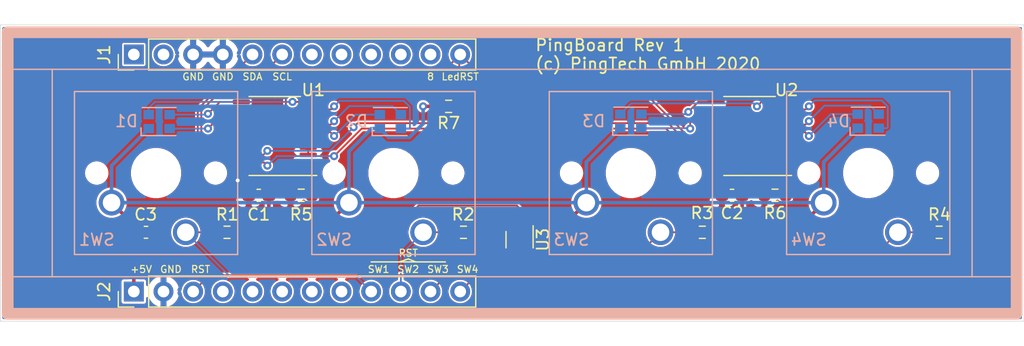
<source format=kicad_pcb>
(kicad_pcb (version 20171130) (host pcbnew 5.1.5+dfsg1-2build2)
  (layers (0 F.Cu signal) (31 B.Cu signal) (34 B.Paste user) (35 F.Paste user) (36 B.SilkS user) (37 F.SilkS user) (38 B.Mask user) (39 F.Mask user) (44 Edge.Cuts user))
  (net 0 "")
  (net 1 Switch1)
  (net 2 Switch2)
  (net 3 Switch3)
  (net 4 GND)
  (net 5 VCC)
  (net 6 "Net-(D1-Pad2)")
  (net 7 "Net-(D1-Pad3)")
  (net 8 "Net-(D1-Pad4)")
  (net 9 "Net-(D2-Pad4)")
  (net 10 "Net-(D2-Pad3)")
  (net 11 "Net-(D2-Pad2)")
  (net 12 "Net-(R5-Pad1)")
  (net 13 SCL)
  (net 14 SDA)
  (net 15 "Net-(D3-Pad2)")
  (net 16 "Net-(D3-Pad3)")
  (net 17 "Net-(D3-Pad4)")
  (net 18 "Net-(D4-Pad4)")
  (net 19 "Net-(D4-Pad3)")
  (net 20 "Net-(D4-Pad2)")
  (net 21 "Net-(R6-Pad1)")
  (net 22 Switch4)
  (net 23 RST)
  (net 24 LedRST)
  (net 25 "Net-(J1-Pad11)")
  (net 26 "Net-(J1-Pad10)")
  (net 27 "Net-(J1-Pad9)")
  (net 28 "Net-(J1-Pad8)")
  (net 29 "Net-(J1-Pad7)")
  (net 30 "Net-(J1-Pad2)")
  (net 31 "Net-(J1-Pad1)")
  (net 32 "Net-(J2-Pad4)")
  (net 33 "Net-(J2-Pad5)")
  (net 34 "Net-(J2-Pad6)")
  (net 35 "Net-(J2-Pad7)")
  (net 36 "Net-(J2-Pad8)")
  (net 37 "Net-(U1-Pad15)")
  (net 38 "Net-(U1-Pad14)")
  (net 39 "Net-(U2-Pad15)")
  (net 40 "Net-(U2-Pad14)")
  (module Button_Switch_Keyboard:SW_Cherry_MX_1.00u_PCB (layer B.Cu) (at 135.89 57.15)
    (fp_text reference SW2 (at -7.62 0.635) (layer B.SilkS) (effects (justify mirror)))
    (fp_text value SW_Push)
    (fp_line (start -9.525 1.905) (end 4.445 1.905) (layer B.SilkS) (width 0.12))
    (fp_line (start 4.445 1.905) (end 4.445 -12.065) (layer B.SilkS) (width 0.12))
    (fp_line (start 4.445 -12.065) (end -9.525 -12.065) (layer B.SilkS) (width 0.12))
    (fp_line (start -9.525 -12.065) (end -9.525 1.905) (layer B.SilkS) (width 0.12))
    (pad "" np_thru_hole circle (at 2.54 -5.08) (size 1.7 1.7) (drill 1.7) (layers *.Cu *.Mask))
    (pad "" np_thru_hole circle (at -7.62 -5.08) (size 1.7 1.7) (drill 1.7) (layers *.Cu *.Mask))
    (pad "" np_thru_hole circle (at -2.54 -5.08) (size 4 4) (drill 4) (layers *.Cu *.Mask))
    (pad 2 thru_hole circle (at -6.35 -2.54) (size 2.2 2.2) (drill 1.5) (layers *.Cu *.Mask) (net 5 VCC))
    (pad 1 thru_hole circle (at 0 0) (size 2.2 2.2) (drill 1.5) (layers *.Cu *.Mask) (net 2 Switch2))
  )
  (module Button_Switch_Keyboard:SW_Cherry_MX_1.00u_PCB (layer B.Cu) (at 115.57 57.15)
    (fp_text reference SW1 (at -7.62 0.635) (layer B.SilkS) (effects (justify mirror)))
    (fp_text value SW_Push)
    (fp_line (start -9.525 1.905) (end 4.445 1.905) (layer B.SilkS) (width 0.12))
    (fp_line (start 4.445 1.905) (end 4.445 -12.065) (layer B.SilkS) (width 0.12))
    (fp_line (start 4.445 -12.065) (end -9.525 -12.065) (layer B.SilkS) (width 0.12))
    (fp_line (start -9.525 -12.065) (end -9.525 1.905) (layer B.SilkS) (width 0.12))
    (pad "" np_thru_hole circle (at 2.54 -5.08) (size 1.7 1.7) (drill 1.7) (layers *.Cu *.Mask))
    (pad "" np_thru_hole circle (at -7.62 -5.08) (size 1.7 1.7) (drill 1.7) (layers *.Cu *.Mask))
    (pad "" np_thru_hole circle (at -2.54 -5.08) (size 4 4) (drill 4) (layers *.Cu *.Mask))
    (pad 2 thru_hole circle (at -6.35 -2.54) (size 2.2 2.2) (drill 1.5) (layers *.Cu *.Mask) (net 5 VCC))
    (pad 1 thru_hole circle (at 0 0) (size 2.2 2.2) (drill 1.5) (layers *.Cu *.Mask) (net 1 Switch1))
  )
  (module Button_Switch_Keyboard:SW_Cherry_MX_1.00u_PCB (layer B.Cu) (at 156.21 57.15)
    (fp_text reference SW3 (at -7.62 0.635) (layer B.SilkS) (effects (justify mirror)))
    (fp_text value SW_Push)
    (fp_line (start -9.525 1.905) (end 4.445 1.905) (layer B.SilkS) (width 0.12))
    (fp_line (start 4.445 1.905) (end 4.445 -12.065) (layer B.SilkS) (width 0.12))
    (fp_line (start 4.445 -12.065) (end -9.525 -12.065) (layer B.SilkS) (width 0.12))
    (fp_line (start -9.525 -12.065) (end -9.525 1.905) (layer B.SilkS) (width 0.12))
    (pad "" np_thru_hole circle (at 2.54 -5.08) (size 1.7 1.7) (drill 1.7) (layers *.Cu *.Mask))
    (pad "" np_thru_hole circle (at -7.62 -5.08) (size 1.7 1.7) (drill 1.7) (layers *.Cu *.Mask))
    (pad "" np_thru_hole circle (at -2.54 -5.08) (size 4 4) (drill 4) (layers *.Cu *.Mask))
    (pad 2 thru_hole circle (at -6.35 -2.54) (size 2.2 2.2) (drill 1.5) (layers *.Cu *.Mask) (net 5 VCC))
    (pad 1 thru_hole circle (at 0 0) (size 2.2 2.2) (drill 1.5) (layers *.Cu *.Mask) (net 3 Switch3))
  )
  (module Button_Switch_Keyboard:SW_Cherry_MX_1.00u_PCB (layer B.Cu) (at 176.53 57.15)
    (fp_text reference SW4 (at -7.62 0.635) (layer B.SilkS) (effects (justify mirror)))
    (fp_text value SW_Push)
    (fp_line (start -9.525 1.905) (end 4.445 1.905) (layer B.SilkS) (width 0.12))
    (fp_line (start 4.445 1.905) (end 4.445 -12.065) (layer B.SilkS) (width 0.12))
    (fp_line (start 4.445 -12.065) (end -9.525 -12.065) (layer B.SilkS) (width 0.12))
    (fp_line (start -9.525 -12.065) (end -9.525 1.905) (layer B.SilkS) (width 0.12))
    (pad "" np_thru_hole circle (at 2.54 -5.08) (size 1.7 1.7) (drill 1.7) (layers *.Cu *.Mask))
    (pad "" np_thru_hole circle (at -7.62 -5.08) (size 1.7 1.7) (drill 1.7) (layers *.Cu *.Mask))
    (pad "" np_thru_hole circle (at -2.54 -5.08) (size 4 4) (drill 4) (layers *.Cu *.Mask))
    (pad 2 thru_hole circle (at -6.35 -2.54) (size 2.2 2.2) (drill 1.5) (layers *.Cu *.Mask) (net 5 VCC))
    (pad 1 thru_hole circle (at 0 0) (size 2.2 2.2) (drill 1.5) (layers *.Cu *.Mask) (net 22 Switch4))
  )
  (module Capacitor_SMD:C_0603_1608Metric_Pad1.08x0.95mm_HandSolder (layer F.Cu) (at 121.8195 53.975 180)
    (fp_text reference C1 (at 0 -1.651) (layer F.SilkS))
    (fp_text value 100n)
    (fp_line (start -0.146267 -0.51) (end 0.146267 -0.51) (layer F.SilkS) (width 0.12))
    (fp_line (start -0.146267 0.51) (end 0.146267 0.51) (layer F.SilkS) (width 0.12))
    (pad 2 smd roundrect (at 0.8625 0 180) (size 1.075 0.95) (layers F.Cu F.Paste F.Mask) (net 4 GND))
    (pad 1 smd roundrect (at -0.8625 0 180) (size 1.075 0.95) (layers F.Cu F.Paste F.Mask) (net 5 VCC))
  )
  (module LED_SMD:LED_ASMB-KTF0-0A306 (layer B.Cu) (at 113.295 47.66)
    (fp_text reference D1 (at -2.805 -0.035) (layer B.SilkS) (effects (justify mirror)))
    (fp_text value LED_ARGB)
    (fp_line (start -1.55 1.2) (end -1.55 0.54) (layer B.SilkS) (width 0.12))
    (fp_line (start -1.55 1.2) (end 1.43 1.2) (layer B.SilkS) (width 0.12))
    (fp_line (start -1.45 -1.2) (end 1.45 -1.2) (layer B.SilkS) (width 0.12))
    (pad 4 smd rect (at 0.9 0.6) (size 0.9 0.8) (layers B.Cu B.Paste B.Mask) (net 8 "Net-(D1-Pad4)"))
    (pad 3 smd rect (at 0.9 -0.6) (size 0.9 0.8) (layers B.Cu B.Paste B.Mask) (net 7 "Net-(D1-Pad3)"))
    (pad 2 smd rect (at -0.9 -0.6) (size 0.9 0.8) (layers B.Cu B.Paste B.Mask) (net 6 "Net-(D1-Pad2)"))
    (pad 1 smd rect (at -0.9 0.6) (size 0.9 0.8) (layers B.Cu B.Paste B.Mask) (net 5 VCC))
  )
  (module LED_SMD:LED_ASMB-KTF0-0A306 (layer B.Cu) (at 133.085 47.66)
    (fp_text reference D2 (at -2.91 -0.035) (layer B.SilkS) (effects (justify mirror)))
    (fp_text value LED_ARGB)
    (fp_line (start -1.55 1.2) (end -1.55 0.54) (layer B.SilkS) (width 0.12))
    (fp_line (start -1.55 1.2) (end 1.43 1.2) (layer B.SilkS) (width 0.12))
    (fp_line (start -1.45 -1.2) (end 1.45 -1.2) (layer B.SilkS) (width 0.12))
    (pad 4 smd rect (at 0.9 0.6) (size 0.9 0.8) (layers B.Cu B.Paste B.Mask) (net 9 "Net-(D2-Pad4)"))
    (pad 3 smd rect (at 0.9 -0.6) (size 0.9 0.8) (layers B.Cu B.Paste B.Mask) (net 10 "Net-(D2-Pad3)"))
    (pad 2 smd rect (at -0.9 -0.6) (size 0.9 0.8) (layers B.Cu B.Paste B.Mask) (net 11 "Net-(D2-Pad2)"))
    (pad 1 smd rect (at -0.9 0.6) (size 0.9 0.8) (layers B.Cu B.Paste B.Mask) (net 5 VCC))
  )
  (module Resistor_SMD:R_0603_1608Metric_Pad0.98x0.95mm_HandSolder (layer F.Cu) (at 119.1025 57.15 180)
    (fp_text reference R1 (at -0.0235 1.524) (layer F.SilkS))
    (fp_text value 4k7)
    (fp_line (start -0.254724 -0.5225) (end 0.254724 -0.5225) (layer F.SilkS) (width 0.12))
    (fp_line (start -0.254724 0.5225) (end 0.254724 0.5225) (layer F.SilkS) (width 0.12))
    (pad 2 smd roundrect (at 0.9125 0 180) (size 0.975 0.95) (layers F.Cu F.Paste F.Mask) (net 1 Switch1))
    (pad 1 smd roundrect (at -0.9125 0 180) (size 0.975 0.95) (layers F.Cu F.Paste F.Mask) (net 4 GND))
  )
  (module Resistor_SMD:R_0603_1608Metric_Pad0.98x0.95mm_HandSolder (layer F.Cu) (at 139.3425 57.15 180)
    (fp_text reference R2 (at 0.0235 1.524) (layer F.SilkS))
    (fp_text value 4k7)
    (fp_line (start -0.254724 -0.5225) (end 0.254724 -0.5225) (layer F.SilkS) (width 0.12))
    (fp_line (start -0.254724 0.5225) (end 0.254724 0.5225) (layer F.SilkS) (width 0.12))
    (pad 2 smd roundrect (at 0.9125 0 180) (size 0.975 0.95) (layers F.Cu F.Paste F.Mask) (net 2 Switch2))
    (pad 1 smd roundrect (at -0.9125 0 180) (size 0.975 0.95) (layers F.Cu F.Paste F.Mask) (net 4 GND))
  )
  (module Resistor_SMD:R_0603_1608Metric_Pad0.98x0.95mm_HandSolder (layer F.Cu) (at 159.7895 57.15 180)
    (fp_text reference R3 (at 0.0235 1.651 180) (layer F.SilkS))
    (fp_text value 4k7)
    (fp_line (start -0.254724 -0.5225) (end 0.254724 -0.5225) (layer F.SilkS) (width 0.12))
    (fp_line (start -0.254724 0.5225) (end 0.254724 0.5225) (layer F.SilkS) (width 0.12))
    (pad 2 smd roundrect (at 0.9125 0 180) (size 0.975 0.95) (layers F.Cu F.Paste F.Mask) (net 3 Switch3))
    (pad 1 smd roundrect (at -0.9125 0 180) (size 0.975 0.95) (layers F.Cu F.Paste F.Mask) (net 4 GND))
  )
  (module Resistor_SMD:R_0603_1608Metric_Pad0.98x0.95mm_HandSolder (layer F.Cu) (at 180.0625 57.15 180)
    (fp_text reference R4 (at -0.0235 1.524) (layer F.SilkS))
    (fp_text value 4k7)
    (fp_line (start -0.254724 -0.5225) (end 0.254724 -0.5225) (layer F.SilkS) (width 0.12))
    (fp_line (start -0.254724 0.5225) (end 0.254724 0.5225) (layer F.SilkS) (width 0.12))
    (pad 2 smd roundrect (at 0.9125 0 180) (size 0.975 0.95) (layers F.Cu F.Paste F.Mask) (net 22 Switch4))
    (pad 1 smd roundrect (at -0.9125 0 180) (size 0.975 0.95) (layers F.Cu F.Paste F.Mask) (net 4 GND))
  )
  (module Resistor_SMD:R_0603_1608Metric_Pad0.98x0.95mm_HandSolder (layer F.Cu) (at 125.4525 53.975 180)
    (fp_text reference R5 (at 0 -1.651) (layer F.SilkS))
    (fp_text value 520)
    (fp_line (start -0.254724 -0.5225) (end 0.254724 -0.5225) (layer F.SilkS) (width 0.12))
    (fp_line (start -0.254724 0.5225) (end 0.254724 0.5225) (layer F.SilkS) (width 0.12))
    (pad 2 smd roundrect (at 0.9125 0 180) (size 0.975 0.95) (layers F.Cu F.Paste F.Mask) (net 4 GND))
    (pad 1 smd roundrect (at -0.9125 0 180) (size 0.975 0.95) (layers F.Cu F.Paste F.Mask) (net 12 "Net-(R5-Pad1)"))
  )
  (module Package_SO:TSSOP-20_4.4x6.5mm_P0.65mm (layer F.Cu) (at 123.19 48.895 180)
    (fp_text reference U1 (at -3.302 3.937) (layer F.SilkS))
    (fp_text value TLC59108xPW)
    (fp_line (start 0 3.385) (end 2.2 3.385) (layer F.SilkS) (width 0.12))
    (fp_line (start 0 3.385) (end -2.2 3.385) (layer F.SilkS) (width 0.12))
    (fp_line (start 0 -3.385) (end 2.2 -3.385) (layer F.SilkS) (width 0.12))
    (fp_line (start 0 -3.385) (end -3.6 -3.385) (layer F.SilkS) (width 0.12))
    (pad 20 smd roundrect (at 2.8625 -2.925 180) (size 1.475 0.4) (layers F.Cu F.Paste F.Mask) (net 5 VCC))
    (pad 19 smd roundrect (at 2.8625 -2.275 180) (size 1.475 0.4) (layers F.Cu F.Paste F.Mask) (net 14 SDA))
    (pad 18 smd roundrect (at 2.8625 -1.625 180) (size 1.475 0.4) (layers F.Cu F.Paste F.Mask) (net 13 SCL))
    (pad 17 smd roundrect (at 2.8625 -0.975 180) (size 1.475 0.4) (layers F.Cu F.Paste F.Mask) (net 24 LedRST))
    (pad 16 smd roundrect (at 2.8625 -0.325 180) (size 1.475 0.4) (layers F.Cu F.Paste F.Mask) (net 4 GND))
    (pad 15 smd roundrect (at 2.8625 0.325 180) (size 1.475 0.4) (layers F.Cu F.Paste F.Mask) (net 37 "Net-(U1-Pad15)"))
    (pad 14 smd roundrect (at 2.8625 0.975 180) (size 1.475 0.4) (layers F.Cu F.Paste F.Mask) (net 38 "Net-(U1-Pad14)"))
    (pad 13 smd roundrect (at 2.8625 1.625 180) (size 1.475 0.4) (layers F.Cu F.Paste F.Mask) (net 4 GND))
    (pad 12 smd roundrect (at 2.8625 2.275 180) (size 1.475 0.4) (layers F.Cu F.Paste F.Mask) (net 8 "Net-(D1-Pad4)"))
    (pad 11 smd roundrect (at 2.8625 2.925 180) (size 1.475 0.4) (layers F.Cu F.Paste F.Mask) (net 7 "Net-(D1-Pad3)"))
    (pad 10 smd roundrect (at -2.8625 2.925 180) (size 1.475 0.4) (layers F.Cu F.Paste F.Mask) (net 6 "Net-(D1-Pad2)"))
    (pad 9 smd roundrect (at -2.8625 2.275 180) (size 1.475 0.4) (layers F.Cu F.Paste F.Mask) (net 9 "Net-(D2-Pad4)"))
    (pad 8 smd roundrect (at -2.8625 1.625 180) (size 1.475 0.4) (layers F.Cu F.Paste F.Mask) (net 4 GND))
    (pad 7 smd roundrect (at -2.8625 0.975 180) (size 1.475 0.4) (layers F.Cu F.Paste F.Mask) (net 10 "Net-(D2-Pad3)"))
    (pad 6 smd roundrect (at -2.8625 0.325 180) (size 1.475 0.4) (layers F.Cu F.Paste F.Mask) (net 11 "Net-(D2-Pad2)"))
    (pad 5 smd roundrect (at -2.8625 -0.325 180) (size 1.475 0.4) (layers F.Cu F.Paste F.Mask) (net 4 GND))
    (pad 4 smd roundrect (at -2.8625 -0.975 180) (size 1.475 0.4) (layers F.Cu F.Paste F.Mask) (net 4 GND))
    (pad 3 smd roundrect (at -2.8625 -1.625 180) (size 1.475 0.4) (layers F.Cu F.Paste F.Mask) (net 4 GND))
    (pad 2 smd roundrect (at -2.8625 -2.275 180) (size 1.475 0.4) (layers F.Cu F.Paste F.Mask) (net 5 VCC))
    (pad 1 smd roundrect (at -2.8625 -2.925 180) (size 1.475 0.4) (layers F.Cu F.Paste F.Mask) (net 12 "Net-(R5-Pad1)"))
  )
  (module Capacitor_SMD:C_0603_1608Metric_Pad1.08x0.95mm_HandSolder (layer F.Cu) (at 162.3325 53.975 180)
    (fp_text reference C2 (at 0 -1.524) (layer F.SilkS))
    (fp_text value 100n)
    (fp_line (start -0.146267 -0.51) (end 0.146267 -0.51) (layer F.SilkS) (width 0.12))
    (fp_line (start -0.146267 0.51) (end 0.146267 0.51) (layer F.SilkS) (width 0.12))
    (pad 2 smd roundrect (at 0.8625 0 180) (size 1.075 0.95) (layers F.Cu F.Paste F.Mask) (net 4 GND))
    (pad 1 smd roundrect (at -0.8625 0 180) (size 1.075 0.95) (layers F.Cu F.Paste F.Mask) (net 5 VCC))
  )
  (module LED_SMD:LED_ASMB-KTF0-0A306 (layer B.Cu) (at 153.67 47.625)
    (fp_text reference D3 (at -3.175 0) (layer B.SilkS) (effects (justify mirror)))
    (fp_text value LED_ARGB)
    (fp_line (start -1.55 1.2) (end -1.55 0.54) (layer B.SilkS) (width 0.12))
    (fp_line (start -1.55 1.2) (end 1.43 1.2) (layer B.SilkS) (width 0.12))
    (fp_line (start -1.45 -1.2) (end 1.45 -1.2) (layer B.SilkS) (width 0.12))
    (pad 4 smd rect (at 0.9 0.6) (size 0.9 0.8) (layers B.Cu B.Paste B.Mask) (net 17 "Net-(D3-Pad4)"))
    (pad 3 smd rect (at 0.9 -0.6) (size 0.9 0.8) (layers B.Cu B.Paste B.Mask) (net 16 "Net-(D3-Pad3)"))
    (pad 2 smd rect (at -0.9 -0.6) (size 0.9 0.8) (layers B.Cu B.Paste B.Mask) (net 15 "Net-(D3-Pad2)"))
    (pad 1 smd rect (at -0.9 0.6) (size 0.9 0.8) (layers B.Cu B.Paste B.Mask) (net 5 VCC))
  )
  (module LED_SMD:LED_ASMB-KTF0-0A306 (layer B.Cu) (at 173.99 47.625)
    (fp_text reference D4 (at -2.54 0) (layer B.SilkS) (effects (justify mirror)))
    (fp_text value LED_ARGB)
    (fp_line (start -1.55 1.2) (end -1.55 0.54) (layer B.SilkS) (width 0.12))
    (fp_line (start -1.55 1.2) (end 1.43 1.2) (layer B.SilkS) (width 0.12))
    (fp_line (start -1.45 -1.2) (end 1.45 -1.2) (layer B.SilkS) (width 0.12))
    (pad 4 smd rect (at 0.9 0.6) (size 0.9 0.8) (layers B.Cu B.Paste B.Mask) (net 18 "Net-(D4-Pad4)"))
    (pad 3 smd rect (at 0.9 -0.6) (size 0.9 0.8) (layers B.Cu B.Paste B.Mask) (net 19 "Net-(D4-Pad3)"))
    (pad 2 smd rect (at -0.9 -0.6) (size 0.9 0.8) (layers B.Cu B.Paste B.Mask) (net 20 "Net-(D4-Pad2)"))
    (pad 1 smd rect (at -0.9 0.6) (size 0.9 0.8) (layers B.Cu B.Paste B.Mask) (net 5 VCC))
  )
  (module Resistor_SMD:R_0603_1608Metric_Pad0.98x0.95mm_HandSolder (layer F.Cu) (at 166.0125 53.975 180)
    (fp_text reference R6 (at 0 -1.524) (layer F.SilkS))
    (fp_text value 520)
    (fp_line (start -0.254724 -0.5225) (end 0.254724 -0.5225) (layer F.SilkS) (width 0.12))
    (fp_line (start -0.254724 0.5225) (end 0.254724 0.5225) (layer F.SilkS) (width 0.12))
    (pad 2 smd roundrect (at 0.9125 0 180) (size 0.975 0.95) (layers F.Cu F.Paste F.Mask) (net 4 GND))
    (pad 1 smd roundrect (at -0.9125 0 180) (size 0.975 0.95) (layers F.Cu F.Paste F.Mask) (net 21 "Net-(R6-Pad1)"))
  )
  (module Package_SO:TSSOP-20_4.4x6.5mm_P0.65mm (layer F.Cu) (at 163.83 48.895 180)
    (fp_text reference U2 (at -3.175 3.937) (layer F.SilkS))
    (fp_text value TLC59108xPW)
    (fp_line (start 0 3.385) (end 2.2 3.385) (layer F.SilkS) (width 0.12))
    (fp_line (start 0 3.385) (end -2.2 3.385) (layer F.SilkS) (width 0.12))
    (fp_line (start 0 -3.385) (end 2.2 -3.385) (layer F.SilkS) (width 0.12))
    (fp_line (start 0 -3.385) (end -3.6 -3.385) (layer F.SilkS) (width 0.12))
    (pad 20 smd roundrect (at 2.8625 -2.925 180) (size 1.475 0.4) (layers F.Cu F.Paste F.Mask) (net 5 VCC))
    (pad 19 smd roundrect (at 2.8625 -2.275 180) (size 1.475 0.4) (layers F.Cu F.Paste F.Mask) (net 14 SDA))
    (pad 18 smd roundrect (at 2.8625 -1.625 180) (size 1.475 0.4) (layers F.Cu F.Paste F.Mask) (net 13 SCL))
    (pad 17 smd roundrect (at 2.8625 -0.975 180) (size 1.475 0.4) (layers F.Cu F.Paste F.Mask) (net 24 LedRST))
    (pad 16 smd roundrect (at 2.8625 -0.325 180) (size 1.475 0.4) (layers F.Cu F.Paste F.Mask) (net 4 GND))
    (pad 15 smd roundrect (at 2.8625 0.325 180) (size 1.475 0.4) (layers F.Cu F.Paste F.Mask) (net 39 "Net-(U2-Pad15)"))
    (pad 14 smd roundrect (at 2.8625 0.975 180) (size 1.475 0.4) (layers F.Cu F.Paste F.Mask) (net 40 "Net-(U2-Pad14)"))
    (pad 13 smd roundrect (at 2.8625 1.625 180) (size 1.475 0.4) (layers F.Cu F.Paste F.Mask) (net 4 GND))
    (pad 12 smd roundrect (at 2.8625 2.275 180) (size 1.475 0.4) (layers F.Cu F.Paste F.Mask) (net 17 "Net-(D3-Pad4)"))
    (pad 11 smd roundrect (at 2.8625 2.925 180) (size 1.475 0.4) (layers F.Cu F.Paste F.Mask) (net 16 "Net-(D3-Pad3)"))
    (pad 10 smd roundrect (at -2.8625 2.925 180) (size 1.475 0.4) (layers F.Cu F.Paste F.Mask) (net 15 "Net-(D3-Pad2)"))
    (pad 9 smd roundrect (at -2.8625 2.275 180) (size 1.475 0.4) (layers F.Cu F.Paste F.Mask) (net 18 "Net-(D4-Pad4)"))
    (pad 8 smd roundrect (at -2.8625 1.625 180) (size 1.475 0.4) (layers F.Cu F.Paste F.Mask) (net 4 GND))
    (pad 7 smd roundrect (at -2.8625 0.975 180) (size 1.475 0.4) (layers F.Cu F.Paste F.Mask) (net 19 "Net-(D4-Pad3)"))
    (pad 6 smd roundrect (at -2.8625 0.325 180) (size 1.475 0.4) (layers F.Cu F.Paste F.Mask) (net 20 "Net-(D4-Pad2)"))
    (pad 5 smd roundrect (at -2.8625 -0.325 180) (size 1.475 0.4) (layers F.Cu F.Paste F.Mask) (net 4 GND))
    (pad 4 smd roundrect (at -2.8625 -0.975 180) (size 1.475 0.4) (layers F.Cu F.Paste F.Mask) (net 4 GND))
    (pad 3 smd roundrect (at -2.8625 -1.625 180) (size 1.475 0.4) (layers F.Cu F.Paste F.Mask) (net 5 VCC))
    (pad 2 smd roundrect (at -2.8625 -2.275 180) (size 1.475 0.4) (layers F.Cu F.Paste F.Mask) (net 5 VCC))
    (pad 1 smd roundrect (at -2.8625 -2.925 180) (size 1.475 0.4) (layers F.Cu F.Paste F.Mask) (net 21 "Net-(R6-Pad1)"))
  )
  (module Capacitor_SMD:C_0603_1608Metric_Pad1.08x0.95mm_HandSolder (layer F.Cu) (at 112.1675 57.15)
    (fp_text reference C3 (at -0.0265 -1.524) (layer F.SilkS))
    (fp_text value 1u)
    (fp_line (start -0.146267 -0.51) (end 0.146267 -0.51) (layer F.SilkS) (width 0.12))
    (fp_line (start -0.146267 0.51) (end 0.146267 0.51) (layer F.SilkS) (width 0.12))
    (pad 2 smd roundrect (at 0.8625 0) (size 1.075 0.95) (layers F.Cu F.Paste F.Mask) (net 4 GND))
    (pad 1 smd roundrect (at -0.8625 0) (size 1.075 0.95) (layers F.Cu F.Paste F.Mask) (net 5 VCC))
  )
  (module Connector_PinHeader_2.54mm:PinHeader_1x12_P2.54mm_Vertical (layer F.Cu) (at 111.125 41.91 90)
    (fp_text reference J1 (at 0 -2.54 90) (layer F.SilkS))
    (fp_text value Conn_01x12)
    (fp_line (start -1.33 -1.33) (end 0 -1.33) (layer F.SilkS) (width 0.12))
    (fp_line (start -1.33 0) (end -1.33 -1.33) (layer F.SilkS) (width 0.12))
    (fp_line (start -1.33 1.27) (end 1.33 1.27) (layer F.SilkS) (width 0.12))
    (fp_line (start 1.33 1.27) (end 1.33 29.27) (layer F.SilkS) (width 0.12))
    (fp_line (start -1.33 1.27) (end -1.33 29.27) (layer F.SilkS) (width 0.12))
    (fp_line (start -1.33 29.27) (end 1.33 29.27) (layer F.SilkS) (width 0.12))
    (pad 12 thru_hole oval (at 0 27.94 90) (size 1.7 1.7) (drill 1) (layers *.Cu *.Mask) (net 24 LedRST))
    (pad 11 thru_hole oval (at 0 25.4 90) (size 1.7 1.7) (drill 1) (layers *.Cu *.Mask) (net 25 "Net-(J1-Pad11)"))
    (pad 10 thru_hole oval (at 0 22.86 90) (size 1.7 1.7) (drill 1) (layers *.Cu *.Mask) (net 26 "Net-(J1-Pad10)"))
    (pad 9 thru_hole oval (at 0 20.32 90) (size 1.7 1.7) (drill 1) (layers *.Cu *.Mask) (net 27 "Net-(J1-Pad9)"))
    (pad 8 thru_hole oval (at 0 17.78 90) (size 1.7 1.7) (drill 1) (layers *.Cu *.Mask) (net 28 "Net-(J1-Pad8)"))
    (pad 7 thru_hole oval (at 0 15.24 90) (size 1.7 1.7) (drill 1) (layers *.Cu *.Mask) (net 29 "Net-(J1-Pad7)"))
    (pad 6 thru_hole oval (at 0 12.7 90) (size 1.7 1.7) (drill 1) (layers *.Cu *.Mask) (net 13 SCL))
    (pad 5 thru_hole oval (at 0 10.16 90) (size 1.7 1.7) (drill 1) (layers *.Cu *.Mask) (net 14 SDA))
    (pad 4 thru_hole oval (at 0 7.62 90) (size 1.7 1.7) (drill 1) (layers *.Cu *.Mask) (net 4 GND))
    (pad 3 thru_hole oval (at 0 5.08 90) (size 1.7 1.7) (drill 1) (layers *.Cu *.Mask) (net 4 GND))
    (pad 2 thru_hole oval (at 0 2.54 90) (size 1.7 1.7) (drill 1) (layers *.Cu *.Mask) (net 30 "Net-(J1-Pad2)"))
    (pad 1 thru_hole rect (at 0 0 90) (size 1.7 1.7) (drill 1) (layers *.Cu *.Mask) (net 31 "Net-(J1-Pad1)"))
  )
  (module Connector_PinHeader_2.54mm:PinHeader_1x12_P2.54mm_Vertical (layer F.Cu) (at 111.125 62.23 90)
    (fp_text reference J2 (at 0 -2.54 90) (layer F.SilkS))
    (fp_text value Conn_01x12)
    (fp_line (start -1.33 29.27) (end 1.33 29.27) (layer F.SilkS) (width 0.12))
    (fp_line (start -1.33 1.27) (end -1.33 29.27) (layer F.SilkS) (width 0.12))
    (fp_line (start 1.33 1.27) (end 1.33 29.27) (layer F.SilkS) (width 0.12))
    (fp_line (start -1.33 1.27) (end 1.33 1.27) (layer F.SilkS) (width 0.12))
    (fp_line (start -1.33 0) (end -1.33 -1.33) (layer F.SilkS) (width 0.12))
    (fp_line (start -1.33 -1.33) (end 0 -1.33) (layer F.SilkS) (width 0.12))
    (pad 1 thru_hole rect (at 0 0 90) (size 1.7 1.7) (drill 1) (layers *.Cu *.Mask) (net 5 VCC))
    (pad 2 thru_hole oval (at 0 2.54 90) (size 1.7 1.7) (drill 1) (layers *.Cu *.Mask) (net 4 GND))
    (pad 3 thru_hole oval (at 0 5.08 90) (size 1.7 1.7) (drill 1) (layers *.Cu *.Mask) (net 23 RST))
    (pad 4 thru_hole oval (at 0 7.62 90) (size 1.7 1.7) (drill 1) (layers *.Cu *.Mask) (net 32 "Net-(J2-Pad4)"))
    (pad 5 thru_hole oval (at 0 10.16 90) (size 1.7 1.7) (drill 1) (layers *.Cu *.Mask) (net 33 "Net-(J2-Pad5)"))
    (pad 6 thru_hole oval (at 0 12.7 90) (size 1.7 1.7) (drill 1) (layers *.Cu *.Mask) (net 34 "Net-(J2-Pad6)"))
    (pad 7 thru_hole oval (at 0 15.24 90) (size 1.7 1.7) (drill 1) (layers *.Cu *.Mask) (net 35 "Net-(J2-Pad7)"))
    (pad 8 thru_hole oval (at 0 17.78 90) (size 1.7 1.7) (drill 1) (layers *.Cu *.Mask) (net 36 "Net-(J2-Pad8)"))
    (pad 9 thru_hole oval (at 0 20.32 90) (size 1.7 1.7) (drill 1) (layers *.Cu *.Mask) (net 1 Switch1))
    (pad 10 thru_hole oval (at 0 22.86 90) (size 1.7 1.7) (drill 1) (layers *.Cu *.Mask) (net 2 Switch2))
    (pad 11 thru_hole oval (at 0 25.4 90) (size 1.7 1.7) (drill 1) (layers *.Cu *.Mask) (net 3 Switch3))
    (pad 12 thru_hole oval (at 0 27.94 90) (size 1.7 1.7) (drill 1) (layers *.Cu *.Mask) (net 22 Switch4))
  )
  (module Package_TO_SOT_SMD:SOT-363_SC-70-6_Handsoldering (layer F.Cu) (at 144.145 57.785 270)
    (fp_text reference U3 (at 0 -2 90) (layer F.SilkS))
    (fp_text value 74LVC1G10)
    (fp_line (start -0.7 1.16) (end 0.7 1.16) (layer F.SilkS) (width 0.12))
    (fp_line (start 0.7 -1.16) (end -1.2 -1.16) (layer F.SilkS) (width 0.12))
    (pad 1 smd rect (at -1.33 -0.65 270) (size 1.5 0.4) (layers F.Cu F.Paste F.Mask) (net 1 Switch1))
    (pad 2 smd rect (at -1.33 0 270) (size 1.5 0.4) (layers F.Cu F.Paste F.Mask) (net 4 GND))
    (pad 3 smd rect (at -1.33 0.65 270) (size 1.5 0.4) (layers F.Cu F.Paste F.Mask) (net 2 Switch2))
    (pad 4 smd rect (at 1.33 0.65 270) (size 1.5 0.4) (layers F.Cu F.Paste F.Mask) (net 23 RST))
    (pad 5 smd rect (at 1.33 0 270) (size 1.5 0.4) (layers F.Cu F.Paste F.Mask) (net 5 VCC))
    (pad 6 smd rect (at 1.33 -0.65 270) (size 1.5 0.4) (layers F.Cu F.Paste F.Mask) (net 3 Switch3))
  )
  (module Resistor_SMD:R_0603_1608Metric_Pad0.98x0.95mm_HandSolder (layer F.Cu) (at 138.0725 46.355 180)
    (fp_text reference R7 (at 0 -1.43) (layer F.SilkS))
    (fp_text value 4k7)
    (fp_line (start -0.254724 0.5225) (end 0.254724 0.5225) (layer F.SilkS) (width 0.12))
    (fp_line (start -0.254724 -0.5225) (end 0.254724 -0.5225) (layer F.SilkS) (width 0.12))
    (pad 1 smd roundrect (at -0.9125 0 180) (size 0.975 0.95) (layers F.Cu F.Paste F.Mask) (net 24 LedRST))
    (pad 2 smd roundrect (at 0.9125 0 180) (size 0.975 0.95) (layers F.Cu F.Paste F.Mask) (net 5 VCC))
  )
  (gr_line (start 134.62 59.436) (end 135.255 59.69) (layer F.SilkS) (width 0.12))
  (gr_line (start 133.858 59.69) (end 134.62 59.436) (layer F.SilkS) (width 0.12))
  (gr_text RST (at 134.62 58.928) (layer F.SilkS) (effects (font (size 0.6 0.6) (thickness 0.1))))
  (gr_line (start 131.445 59.69) (end 137.795 59.69) (layer F.SilkS) (width 0.12))
  (gr_line (start 104.14 43.18) (end 104.14 60.96) (layer B.SilkS) (width 0.12))
  (gr_line (start 182.88 43.18) (end 182.88 60.96) (layer B.SilkS) (width 0.12))
  (gr_line (start 100.33 43.18) (end 186.69 43.18) (layer B.SilkS) (width 0.12))
  (gr_line (start 100.33 60.96) (end 186.69 60.96) (layer B.SilkS) (width 0.12))
  (gr_line (start 100.33 64.135) (end 100.33 40.005) (layer B.SilkS) (width 1))
  (gr_line (start 186.69 64.135) (end 100.33 64.135) (layer B.SilkS) (width 1))
  (gr_line (start 186.69 40.005) (end 186.69 64.135) (layer B.SilkS) (width 1))
  (gr_line (start 100.33 40.005) (end 186.69 40.005) (layer B.SilkS) (width 1))
  (gr_text GND (at 118.745 43.815) (layer F.SilkS) (effects (font (size 0.6 0.6) (thickness 0.1))))
  (gr_text GND (at 116.205 43.815) (layer F.SilkS) (effects (font (size 0.6 0.6) (thickness 0.1))))
  (gr_text RST (at 116.84 60.325) (layer F.SilkS) (effects (font (size 0.6 0.6) (thickness 0.1))))
  (gr_text SW4 (at 139.7 60.325) (layer F.SilkS) (effects (font (size 0.6 0.6) (thickness 0.1))))
  (gr_text SW3 (at 137.16 60.325) (layer F.SilkS) (effects (font (size 0.6 0.6) (thickness 0.1))))
  (gr_text SW2 (at 134.62 60.325) (layer F.SilkS) (effects (font (size 0.6 0.6) (thickness 0.1))))
  (gr_text SW1 (at 132.08 60.325) (layer F.SilkS) (effects (font (size 0.6 0.6) (thickness 0.1))))
  (gr_text GND (at 114.3 60.325) (layer F.SilkS) (effects (font (size 0.6 0.6) (thickness 0.1))))
  (gr_text +5V (at 111.76 60.325) (layer F.SilkS) (effects (font (size 0.6 0.6) (thickness 0.1))))
  (gr_text SCL (at 123.825 43.815) (layer F.SilkS) (effects (font (size 0.6 0.6) (thickness 0.1))))
  (gr_text SDA (at 121.285 43.815) (layer F.SilkS) (effects (font (size 0.6 0.6) (thickness 0.1))))
  (gr_text 8 (at 136.525 43.815) (layer F.SilkS) (effects (font (size 0.6 0.6) (thickness 0.1))))
  (gr_text LedRST (at 139.065 43.815) (layer F.SilkS) (effects (font (size 0.6 0.6) (thickness 0.1))))
  (gr_text "PingBoard Rev 1\n(c) PingTech GmbH 2020" (at 145.415 41.91) (layer F.SilkS) (effects (font (size 1 1)) (justify left)))
  (gr_line (start 187.325 64.77) (end 99.695 64.77) (layer Edge.Cuts) (width 0.05))
  (gr_line (start 99.695 39.37) (end 187.325 39.37) (layer Edge.Cuts) (width 0.05))
  (gr_line (start 99.695 39.37) (end 99.695 64.77) (layer Edge.Cuts) (width 0.05))
  (gr_line (start 187.325 39.37) (end 187.325 64.77) (layer Edge.Cuts) (width 0.05))
  (segment (start 115.57 57.15) (end 118.19 57.15) (width 0.1524) (layer F.Cu) (net 1))
  (segment (start 119.38 60.96) (end 115.57 57.15) (width 0.1524) (layer B.Cu) (net 1))
  (segment (start 131.445 62.23) (end 130.175 60.96) (width 0.1524) (layer B.Cu) (net 1))
  (segment (start 130.175 60.96) (end 119.38 60.96) (width 0.1524) (layer B.Cu) (net 1))
  (segment (start 135.49878 54.864) (end 143.915482 54.864) (width 0.1524) (layer F.Cu) (net 1))
  (segment (start 118.19 57.15) (end 119.079 56.261) (width 0.1524) (layer F.Cu) (net 1))
  (segment (start 144.795 55.743518) (end 144.795 56.455) (width 0.1524) (layer F.Cu) (net 1))
  (segment (start 143.915482 54.864) (end 144.795 55.743518) (width 0.1524) (layer F.Cu) (net 1))
  (segment (start 134.10178 56.261) (end 135.49878 54.864) (width 0.1524) (layer F.Cu) (net 1))
  (segment (start 119.079 56.261) (end 134.10178 56.261) (width 0.1524) (layer F.Cu) (net 1))
  (segment (start 138.43 57.15) (end 135.89 57.15) (width 0.1524) (layer F.Cu) (net 2))
  (segment (start 133.985 59.055) (end 135.89 57.15) (width 0.1524) (layer B.Cu) (net 2))
  (segment (start 133.985 62.23) (end 133.985 59.055) (width 0.1524) (layer B.Cu) (net 2))
  (segment (start 143.495 55.611) (end 143.495 56.455) (width 0.1524) (layer F.Cu) (net 2))
  (segment (start 143.129 55.245) (end 143.495 55.611) (width 0.1524) (layer F.Cu) (net 2))
  (segment (start 138.43 57.15) (end 138.43 55.753) (width 0.1524) (layer F.Cu) (net 2))
  (segment (start 138.938 55.245) (end 143.129 55.245) (width 0.1524) (layer F.Cu) (net 2))
  (segment (start 138.43 55.753) (end 138.938 55.245) (width 0.1524) (layer F.Cu) (net 2))
  (segment (start 152.208601 61.151399) (end 156.21 57.15) (width 0.1524) (layer F.Cu) (net 3))
  (segment (start 144.795 59.115) (end 144.795 59.07) (width 0.1524) (layer F.Cu) (net 3))
  (segment (start 144.971399 61.151399) (end 152.208601 61.151399) (width 0.1524) (layer F.Cu) (net 3))
  (segment (start 144.795 60.0174) (end 143.661001 61.151399) (width 0.1524) (layer F.Cu) (net 3))
  (segment (start 143.661001 61.151399) (end 143.066399 61.151399) (width 0.1524) (layer F.Cu) (net 3))
  (segment (start 144.795 59.115) (end 144.795 60.0174) (width 0.1524) (layer F.Cu) (net 3))
  (segment (start 143.066399 61.151399) (end 144.971399 61.151399) (width 0.1524) (layer F.Cu) (net 3))
  (segment (start 137.603601 61.151399) (end 143.066399 61.151399) (width 0.1524) (layer F.Cu) (net 3))
  (segment (start 136.525 62.23) (end 137.603601 61.151399) (width 0.1524) (layer F.Cu) (net 3))
  (segment (start 158.877 57.15) (end 156.21 57.15) (width 0.1524) (layer F.Cu) (net 3))
  (via (at 120.015 52.705) (size 0.6858) (drill 0.3302) (layers F.Cu B.Cu) (net 4))
  (segment (start 126.0525 49.22) (end 126.0525 49.87) (width 0.1524) (layer F.Cu) (net 4))
  (segment (start 126.0525 49.87) (end 126.0525 50.52) (width 0.1524) (layer F.Cu) (net 4))
  (segment (start 166.6925 49.87) (end 166.6925 49.22) (width 0.1524) (layer F.Cu) (net 4))
  (segment (start 126.0525 49.22) (end 124.785 49.22) (width 0.1524) (layer F.Cu) (net 4))
  (segment (start 124.785 49.22) (end 124.46 48.895) (width 0.1524) (layer F.Cu) (net 4))
  (segment (start 166.6925 49.22) (end 165.41 49.22) (width 0.1524) (layer F.Cu) (net 4))
  (segment (start 165.41 49.22) (end 165.1 49.53) (width 0.1524) (layer F.Cu) (net 4))
  (segment (start 144.145 57.3574) (end 143.7174 57.785) (width 0.1524) (layer F.Cu) (net 4))
  (segment (start 144.145 56.455) (end 144.145 57.3574) (width 0.1524) (layer F.Cu) (net 4))
  (segment (start 143.7174 57.785) (end 143.51 57.785) (width 0.1524) (layer F.Cu) (net 4))
  (segment (start 170.18 51.135) (end 170.18 54.61) (width 0.3048) (layer B.Cu) (net 5))
  (segment (start 173.09 48.225) (end 170.18 51.135) (width 0.3048) (layer B.Cu) (net 5))
  (segment (start 149.86 51.135) (end 149.86 54.61) (width 0.3048) (layer B.Cu) (net 5))
  (segment (start 152.77 48.225) (end 149.86 51.135) (width 0.3048) (layer B.Cu) (net 5))
  (segment (start 109.125001 54.704999) (end 109.22 54.61) (width 0.3048) (layer B.Cu) (net 5))
  (segment (start 149.86 54.61) (end 170.18 54.61) (width 0.3048) (layer B.Cu) (net 5))
  (segment (start 129.54 54.61) (end 109.22 54.61) (width 0.3048) (layer B.Cu) (net 5))
  (segment (start 162.31 51.82) (end 162.38 51.89) (width 0.3048) (layer F.Cu) (net 5))
  (segment (start 160.9675 51.82) (end 162.31 51.82) (width 0.3048) (layer F.Cu) (net 5))
  (segment (start 109.22 51.435) (end 109.22 54.61) (width 0.3048) (layer B.Cu) (net 5))
  (segment (start 112.395 48.26) (end 109.22 51.435) (width 0.3048) (layer B.Cu) (net 5))
  (segment (start 129.54 50.205) (end 129.54 54.61) (width 0.3048) (layer B.Cu) (net 5))
  (segment (start 132.185 48.26) (end 131.485 48.26) (width 0.3048) (layer B.Cu) (net 5))
  (segment (start 131.485 48.26) (end 129.54 50.205) (width 0.3048) (layer B.Cu) (net 5))
  (segment (start 129.54 54.61) (end 149.86 54.61) (width 0.3048) (layer B.Cu) (net 5))
  (segment (start 144.4202 57.785) (end 146.685 57.785) (width 0.3048) (layer F.Cu) (net 5))
  (segment (start 144.145 59.115) (end 144.145 58.0602) (width 0.3048) (layer F.Cu) (net 5))
  (segment (start 146.685 57.785) (end 149.86 54.61) (width 0.3048) (layer F.Cu) (net 5))
  (segment (start 144.145 58.0602) (end 144.4202 57.785) (width 0.3048) (layer F.Cu) (net 5))
  (segment (start 111.125 57.33) (end 111.305 57.15) (width 0.3048) (layer F.Cu) (net 5))
  (segment (start 111.125 62.23) (end 111.125 57.33) (width 0.3048) (layer F.Cu) (net 5))
  (segment (start 111.305 56.695) (end 109.22 54.61) (width 0.3048) (layer F.Cu) (net 5))
  (segment (start 111.305 57.15) (end 111.305 56.695) (width 0.3048) (layer F.Cu) (net 5))
  (segment (start 120.3275 51.82) (end 121.67 51.82) (width 0.3048) (layer F.Cu) (net 5))
  (segment (start 122.682 52.832) (end 122.682 53.975) (width 0.3048) (layer F.Cu) (net 5))
  (segment (start 121.67 51.82) (end 122.682 52.832) (width 0.3048) (layer F.Cu) (net 5))
  (segment (start 162.38 53.16) (end 163.195 53.975) (width 0.3048) (layer F.Cu) (net 5))
  (segment (start 162.38 51.89) (end 162.38 53.16) (width 0.3048) (layer F.Cu) (net 5))
  (via (at 135.89 46.355) (size 0.6858) (drill 0.3302) (layers F.Cu B.Cu) (net 5))
  (segment (start 137.16 46.355) (end 135.89 46.355) (width 0.3048) (layer F.Cu) (net 5))
  (segment (start 132.940601 49.015601) (end 132.185 48.26) (width 0.3048) (layer B.Cu) (net 5))
  (segment (start 135.89 47.845082) (end 134.719481 49.015601) (width 0.3048) (layer B.Cu) (net 5))
  (segment (start 134.719481 49.015601) (end 132.940601 49.015601) (width 0.3048) (layer B.Cu) (net 5))
  (segment (start 135.89 46.355) (end 135.89 47.845082) (width 0.3048) (layer B.Cu) (net 5))
  (segment (start 163.659999 55.709999) (end 169.080001 55.709999) (width 0.3048) (layer F.Cu) (net 5))
  (segment (start 163.195 55.245) (end 163.659999 55.709999) (width 0.3048) (layer F.Cu) (net 5))
  (segment (start 169.080001 55.709999) (end 170.18 54.61) (width 0.3048) (layer F.Cu) (net 5))
  (segment (start 163.195 53.975) (end 163.195 55.245) (width 0.3048) (layer F.Cu) (net 5))
  (segment (start 128.440001 55.709999) (end 129.54 54.61) (width 0.3048) (layer F.Cu) (net 5))
  (segment (start 122.845999 55.709999) (end 128.440001 55.709999) (width 0.3048) (layer F.Cu) (net 5))
  (segment (start 122.682 55.546) (end 122.845999 55.709999) (width 0.3048) (layer F.Cu) (net 5))
  (segment (start 122.682 53.975) (end 122.682 55.546) (width 0.3048) (layer F.Cu) (net 5))
  (segment (start 122.682 53.5) (end 122.682 53.975) (width 0.3048) (layer F.Cu) (net 5))
  (segment (start 125.012 51.17) (end 122.682 53.5) (width 0.3048) (layer F.Cu) (net 5))
  (segment (start 126.0525 51.17) (end 125.012 51.17) (width 0.3048) (layer F.Cu) (net 5))
  (segment (start 163.195 53.5) (end 163.195 53.975) (width 0.3048) (layer F.Cu) (net 5))
  (segment (start 164.73 51.17) (end 166.6925 51.17) (width 0.3048) (layer F.Cu) (net 5))
  (segment (start 163.195 52.705) (end 164.73 51.17) (width 0.3048) (layer F.Cu) (net 5))
  (segment (start 163.195 52.705) (end 163.195 53.5) (width 0.3048) (layer F.Cu) (net 5))
  (segment (start 164.11 50.52) (end 163.195 51.435) (width 0.3048) (layer F.Cu) (net 5))
  (segment (start 163.195 51.435) (end 163.195 52.705) (width 0.3048) (layer F.Cu) (net 5))
  (segment (start 166.6925 50.52) (end 164.11 50.52) (width 0.3048) (layer F.Cu) (net 5))
  (segment (start 126.0525 45.97) (end 124.71 45.97) (width 0.1524) (layer F.Cu) (net 6))
  (via (at 124.71 45.97) (size 0.6858) (drill 0.3302) (layers F.Cu B.Cu) (net 6))
  (segment (start 112.395 47.06) (end 112.395 46.5076) (width 0.1524) (layer B.Cu) (net 6))
  (segment (start 112.395 46.5076) (end 112.9326 45.97) (width 0.1524) (layer B.Cu) (net 6))
  (segment (start 112.9326 45.97) (end 124.71 45.97) (width 0.1524) (layer B.Cu) (net 6))
  (segment (start 114.195 47.06) (end 117.405 47.06) (width 0.1524) (layer B.Cu) (net 7))
  (via (at 117.475 46.99) (size 0.6858) (drill 0.3302) (layers F.Cu B.Cu) (net 7))
  (segment (start 117.405 47.06) (end 117.475 46.99) (width 0.1524) (layer B.Cu) (net 7))
  (segment (start 118.495 45.97) (end 120.3275 45.97) (width 0.1524) (layer F.Cu) (net 7))
  (segment (start 117.475 46.99) (end 118.495 45.97) (width 0.1524) (layer F.Cu) (net 7))
  (via (at 117.475 48.26) (size 0.6858) (drill 0.3302) (layers F.Cu B.Cu) (net 8))
  (segment (start 114.195 48.26) (end 117.475 48.26) (width 0.1524) (layer B.Cu) (net 8))
  (segment (start 119.115 46.62) (end 120.3275 46.62) (width 0.1524) (layer F.Cu) (net 8))
  (segment (start 117.475 48.26) (end 119.115 46.62) (width 0.1524) (layer F.Cu) (net 8))
  (segment (start 134.244992 45.88499) (end 128.74001 45.88499) (width 0.1524) (layer B.Cu) (net 9))
  (segment (start 133.985 48.26) (end 134.685 48.26) (width 0.1524) (layer B.Cu) (net 9))
  (segment (start 128.74001 45.88499) (end 128.27 46.355) (width 0.1524) (layer B.Cu) (net 9))
  (via (at 128.27 46.355) (size 0.6858) (drill 0.3302) (layers F.Cu B.Cu) (net 9))
  (segment (start 134.685 48.26) (end 134.760001 48.184999) (width 0.1524) (layer B.Cu) (net 9))
  (segment (start 134.760001 46.399999) (end 134.244992 45.88499) (width 0.1524) (layer B.Cu) (net 9))
  (segment (start 128.005 46.62) (end 126.0525 46.62) (width 0.1524) (layer F.Cu) (net 9))
  (segment (start 134.760001 48.184999) (end 134.760001 46.399999) (width 0.1524) (layer B.Cu) (net 9))
  (segment (start 128.27 46.355) (end 128.005 46.62) (width 0.1524) (layer F.Cu) (net 9))
  (segment (start 129.560001 46.334999) (end 128.27 47.625) (width 0.1524) (layer B.Cu) (net 10))
  (segment (start 129.560001 46.334999) (end 133.259999 46.334999) (width 0.1524) (layer B.Cu) (net 10))
  (segment (start 133.259999 46.334999) (end 133.985 47.06) (width 0.1524) (layer B.Cu) (net 10))
  (segment (start 128.27 47.625) (end 127.975 47.92) (width 0.1524) (layer F.Cu) (net 10))
  (via (at 128.27 47.625) (size 0.6858) (drill 0.3302) (layers F.Cu B.Cu) (net 10))
  (segment (start 127.975 47.92) (end 126.0525 47.92) (width 0.1524) (layer F.Cu) (net 10))
  (segment (start 128.27 48.895) (end 127.945 48.57) (width 0.1524) (layer F.Cu) (net 11))
  (via (at 128.27 48.895) (size 0.6858) (drill 0.3302) (layers F.Cu B.Cu) (net 11))
  (segment (start 132.185 47.06) (end 130.105 47.06) (width 0.1524) (layer B.Cu) (net 11))
  (segment (start 130.105 47.06) (end 128.27 48.895) (width 0.1524) (layer B.Cu) (net 11))
  (segment (start 127.945 48.57) (end 126.0525 48.57) (width 0.1524) (layer F.Cu) (net 11))
  (segment (start 126.365 52.1325) (end 126.0525 51.82) (width 0.1524) (layer F.Cu) (net 12))
  (segment (start 126.365 53.975) (end 126.365 52.1325) (width 0.1524) (layer F.Cu) (net 12))
  (via (at 122.555 50.165) (size 0.6858) (drill 0.3302) (layers F.Cu B.Cu) (net 13))
  (segment (start 122.2 50.52) (end 120.3275 50.52) (width 0.1524) (layer F.Cu) (net 13))
  (segment (start 122.555 50.165) (end 122.2 50.52) (width 0.1524) (layer F.Cu) (net 13))
  (segment (start 122.555 50.165) (end 127.916759 50.165) (width 0.1524) (layer B.Cu) (net 13))
  (via (at 129.940123 48.141636) (size 0.6858) (drill 0.3302) (layers F.Cu B.Cu) (net 13))
  (segment (start 127.916759 50.165) (end 129.940123 48.141636) (width 0.1524) (layer B.Cu) (net 13))
  (segment (start 159.575412 50.52) (end 156.854149 47.798737) (width 0.1524) (layer F.Cu) (net 13))
  (segment (start 160.9675 50.52) (end 159.575412 50.52) (width 0.1524) (layer F.Cu) (net 13))
  (segment (start 156.854149 47.798737) (end 130.283022 47.798737) (width 0.1524) (layer F.Cu) (net 13))
  (segment (start 130.283022 47.798737) (end 129.940123 48.141636) (width 0.1524) (layer F.Cu) (net 13))
  (segment (start 122.746399 42.988601) (end 123.825 41.91) (width 0.1524) (layer F.Cu) (net 13))
  (segment (start 120.630577 42.988601) (end 122.746399 42.988601) (width 0.1524) (layer F.Cu) (net 13))
  (segment (start 116.903499 46.715679) (end 120.630577 42.988601) (width 0.1524) (layer F.Cu) (net 13))
  (segment (start 116.903499 48.534321) (end 116.903499 46.715679) (width 0.1524) (layer F.Cu) (net 13))
  (segment (start 118.889178 50.52) (end 116.903499 48.534321) (width 0.1524) (layer F.Cu) (net 13))
  (segment (start 120.3275 50.52) (end 118.889178 50.52) (width 0.1524) (layer F.Cu) (net 13))
  (via (at 122.555 51.435) (size 0.6858) (drill 0.3302) (layers F.Cu B.Cu) (net 14))
  (segment (start 122.29 51.17) (end 120.3275 51.17) (width 0.1524) (layer F.Cu) (net 14))
  (segment (start 122.555 51.435) (end 122.29 51.17) (width 0.1524) (layer F.Cu) (net 14))
  (segment (start 116.59869 46.589422) (end 121.278112 41.91) (width 0.1524) (layer F.Cu) (net 14))
  (segment (start 121.278112 41.91) (end 121.285 41.91) (width 0.1524) (layer F.Cu) (net 14))
  (segment (start 116.598689 48.660577) (end 116.59869 46.589422) (width 0.1524) (layer F.Cu) (net 14))
  (segment (start 119.108112 51.17) (end 116.598689 48.660577) (width 0.1524) (layer F.Cu) (net 14))
  (segment (start 120.3275 51.17) (end 119.108112 51.17) (width 0.1524) (layer F.Cu) (net 14))
  (segment (start 123.370003 50.619997) (end 122.555 51.435) (width 0.1524) (layer B.Cu) (net 14))
  (segment (start 156.679002 48.26) (end 130.629997 48.26) (width 0.1524) (layer F.Cu) (net 14))
  (segment (start 130.629997 48.26) (end 128.27 50.619997) (width 0.1524) (layer F.Cu) (net 14))
  (segment (start 159.589002 51.17) (end 156.679002 48.26) (width 0.1524) (layer F.Cu) (net 14))
  (via (at 128.27 50.619997) (size 0.6858) (drill 0.3302) (layers F.Cu B.Cu) (net 14))
  (segment (start 160.9675 51.17) (end 159.589002 51.17) (width 0.1524) (layer F.Cu) (net 14))
  (segment (start 128.27 50.619997) (end 123.370003 50.619997) (width 0.1524) (layer B.Cu) (net 14))
  (via (at 164.465 46.355) (size 0.6858) (drill 0.3302) (layers F.Cu B.Cu) (net 15))
  (segment (start 164.214504 46.104504) (end 164.465 46.355) (width 0.1524) (layer B.Cu) (net 15))
  (segment (start 152.77 47.025) (end 153.690496 46.104504) (width 0.1524) (layer B.Cu) (net 15))
  (segment (start 153.690496 46.104504) (end 164.214504 46.104504) (width 0.1524) (layer B.Cu) (net 15))
  (segment (start 164.85 45.97) (end 166.6925 45.97) (width 0.1524) (layer F.Cu) (net 15))
  (segment (start 164.465 46.355) (end 164.85 45.97) (width 0.1524) (layer F.Cu) (net 15))
  (via (at 158.589505 46.829505) (size 0.6858) (drill 0.3302) (layers F.Cu B.Cu) (net 16))
  (segment (start 154.57 47.025) (end 158.39401 47.025) (width 0.1524) (layer B.Cu) (net 16))
  (segment (start 158.39401 47.025) (end 158.589505 46.829505) (width 0.1524) (layer B.Cu) (net 16))
  (segment (start 159.44901 45.97) (end 160.9675 45.97) (width 0.1524) (layer F.Cu) (net 16))
  (segment (start 158.589505 46.829505) (end 159.44901 45.97) (width 0.1524) (layer F.Cu) (net 16))
  (via (at 158.75 48.26) (size 0.6858) (drill 0.3302) (layers F.Cu B.Cu) (net 17))
  (segment (start 154.57 48.225) (end 158.715 48.225) (width 0.1524) (layer B.Cu) (net 17))
  (segment (start 158.715 48.225) (end 158.75 48.26) (width 0.1524) (layer B.Cu) (net 17))
  (segment (start 159.824315 46.62) (end 160.9675 46.62) (width 0.1524) (layer F.Cu) (net 17))
  (segment (start 158.75 47.694315) (end 159.824315 46.62) (width 0.1524) (layer F.Cu) (net 17))
  (segment (start 158.75 48.26) (end 158.75 47.694315) (width 0.1524) (layer F.Cu) (net 17))
  (via (at 168.91 46.355) (size 0.6858) (drill 0.3302) (layers F.Cu B.Cu) (net 18))
  (segment (start 174.89 48.225) (end 175.59 48.225) (width 0.1524) (layer B.Cu) (net 18))
  (segment (start 175.59 48.225) (end 175.665001 48.149999) (width 0.1524) (layer B.Cu) (net 18))
  (segment (start 175.665001 48.149999) (end 175.665001 46.364999) (width 0.1524) (layer B.Cu) (net 18))
  (segment (start 175.665001 46.364999) (end 175.149991 45.849989) (width 0.1524) (layer B.Cu) (net 18))
  (segment (start 175.149991 45.849989) (end 169.415011 45.849989) (width 0.1524) (layer B.Cu) (net 18))
  (segment (start 169.415011 45.849989) (end 168.91 46.355) (width 0.1524) (layer B.Cu) (net 18))
  (segment (start 168.645 46.62) (end 166.6925 46.62) (width 0.1524) (layer F.Cu) (net 18))
  (segment (start 168.91 46.355) (end 168.645 46.62) (width 0.1524) (layer F.Cu) (net 18))
  (via (at 168.91 47.625) (size 0.6858) (drill 0.3302) (layers F.Cu B.Cu) (net 19))
  (segment (start 170.235001 46.299999) (end 168.91 47.625) (width 0.1524) (layer B.Cu) (net 19))
  (segment (start 174.89 47.025) (end 174.164999 46.299999) (width 0.1524) (layer B.Cu) (net 19))
  (segment (start 174.164999 46.299999) (end 170.235001 46.299999) (width 0.1524) (layer B.Cu) (net 19))
  (segment (start 168.615 47.92) (end 166.6925 47.92) (width 0.1524) (layer F.Cu) (net 19))
  (segment (start 168.91 47.625) (end 168.615 47.92) (width 0.1524) (layer F.Cu) (net 19))
  (via (at 168.91 48.895) (size 0.6858) (drill 0.3302) (layers F.Cu B.Cu) (net 20))
  (segment (start 173.09 47.025) (end 170.78 47.025) (width 0.1524) (layer B.Cu) (net 20))
  (segment (start 170.78 47.025) (end 168.91 48.895) (width 0.1524) (layer B.Cu) (net 20))
  (segment (start 168.585 48.57) (end 166.6925 48.57) (width 0.1524) (layer F.Cu) (net 20))
  (segment (start 168.91 48.895) (end 168.585 48.57) (width 0.1524) (layer F.Cu) (net 20))
  (segment (start 166.925 52.0525) (end 166.6925 51.82) (width 0.1524) (layer F.Cu) (net 21))
  (segment (start 166.925 53.975) (end 166.925 52.0525) (width 0.1524) (layer F.Cu) (net 21))
  (segment (start 179.15 57.15) (end 176.53 57.15) (width 0.1524) (layer F.Cu) (net 22))
  (segment (start 172.212 61.468) (end 176.53 57.15) (width 0.1524) (layer F.Cu) (net 22))
  (segment (start 139.065 62.23) (end 139.827 61.468) (width 0.1524) (layer F.Cu) (net 22))
  (segment (start 139.827 61.468) (end 172.212 61.468) (width 0.1524) (layer F.Cu) (net 22))
  (segment (start 117.602 60.833) (end 116.205 62.23) (width 0.1524) (layer F.Cu) (net 23))
  (segment (start 142.748 60.833) (end 117.602 60.833) (width 0.1524) (layer F.Cu) (net 23))
  (segment (start 143.495 59.115) (end 143.495 60.086) (width 0.1524) (layer F.Cu) (net 23))
  (segment (start 143.495 60.086) (end 142.748 60.833) (width 0.1524) (layer F.Cu) (net 23))
  (segment (start 137.795 43.18) (end 139.065 41.91) (width 0.1524) (layer F.Cu) (net 24))
  (segment (start 126.654178 43.18) (end 137.795 43.18) (width 0.1524) (layer F.Cu) (net 24))
  (segment (start 124.138499 45.695679) (end 126.654178 43.18) (width 0.1524) (layer F.Cu) (net 24))
  (segment (start 120.3275 49.87) (end 121.58 49.87) (width 0.1524) (layer F.Cu) (net 24))
  (segment (start 124.138499 47.311501) (end 124.138499 45.695679) (width 0.1524) (layer F.Cu) (net 24))
  (segment (start 121.58 49.87) (end 124.138499 47.311501) (width 0.1524) (layer F.Cu) (net 24))
  (segment (start 152.824178 43.18) (end 140.335 43.18) (width 0.1524) (layer F.Cu) (net 24))
  (segment (start 160.9675 49.87) (end 159.514178 49.87) (width 0.1524) (layer F.Cu) (net 24))
  (segment (start 140.335 43.18) (end 139.065 41.91) (width 0.1524) (layer F.Cu) (net 24))
  (segment (start 159.514178 49.87) (end 152.824178 43.18) (width 0.1524) (layer F.Cu) (net 24))
  (segment (start 138.985 41.99) (end 139.065 41.91) (width 0.1524) (layer F.Cu) (net 24))
  (segment (start 138.985 46.355) (end 138.985 41.99) (width 0.1524) (layer F.Cu) (net 24))
  (zone (net 4) (net_name GND) (layer F.Cu) (connect_pads (clearance 0.1524)) (min_thickness 0.254) (fill yes (arc_segments 32) (thermal_gap 0.508) (thermal_bridge_width 0.508))
    (polygon (pts (xy 187.325 64.77) (xy 99.695 64.77) (xy 99.695 39.37) (xy 187.325 39.37)))
  )
  (zone (net 4) (net_name GND) (layer B.Cu) (connect_pads (clearance 0.1524)) (min_thickness 0.254) (fill yes (arc_segments 32) (thermal_gap 0.508) (thermal_bridge_width 0.508))
    (polygon (pts (xy 187.325 64.77) (xy 99.695 64.77) (xy 99.695 39.37) (xy 187.325 39.37)))
  )
)
</source>
